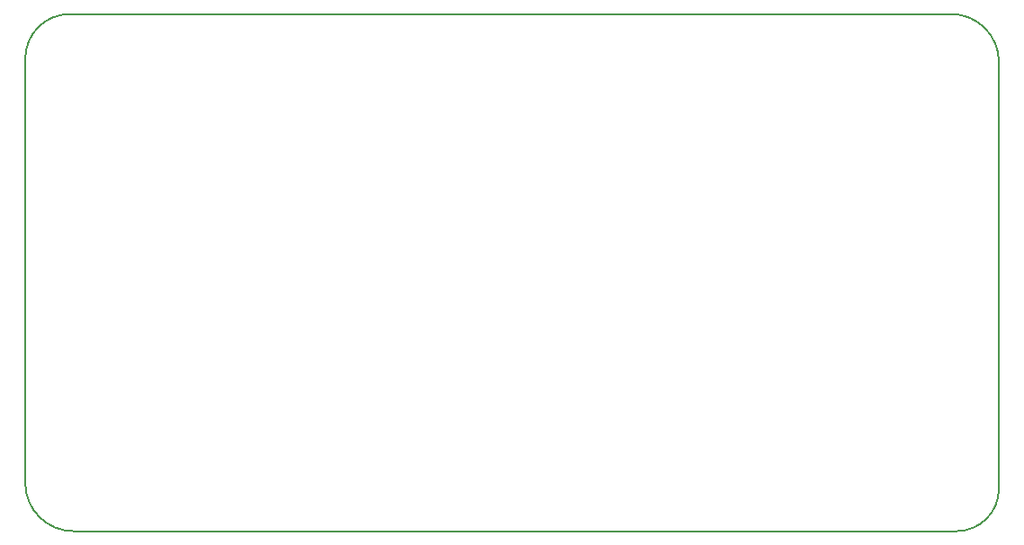
<source format=gbr>
%TF.GenerationSoftware,KiCad,Pcbnew,8.0.0*%
%TF.CreationDate,2024-03-10T20:00:21-04:00*%
%TF.ProjectId,if-and-log-amp,69662d61-6e64-42d6-9c6f-672d616d702e,1*%
%TF.SameCoordinates,Original*%
%TF.FileFunction,Profile,NP*%
%FSLAX46Y46*%
G04 Gerber Fmt 4.6, Leading zero omitted, Abs format (unit mm)*
G04 Created by KiCad (PCBNEW 8.0.0) date 2024-03-10 20:00:21*
%MOMM*%
%LPD*%
G01*
G04 APERTURE LIST*
%TA.AperFunction,Profile*%
%ADD10C,0.160000*%
%TD*%
G04 APERTURE END LIST*
D10*
X95351600Y-84622991D02*
G75*
G02*
X99558191Y-80416400I4206600J-9D01*
G01*
X187045600Y-125195725D02*
G75*
G02*
X183056925Y-129184400I-3988700J25D01*
G01*
X99903961Y-129184400D02*
G75*
G02*
X95351600Y-124632039I39J4552400D01*
G01*
X187045600Y-125195725D02*
X187045600Y-84926181D01*
X99903961Y-129184400D02*
X183056925Y-129184400D01*
X95351600Y-84622991D02*
X95351600Y-124632039D01*
X182535819Y-80416400D02*
G75*
G02*
X187045600Y-84926181I-19J-4509800D01*
G01*
X182535819Y-80416400D02*
X99558191Y-80416400D01*
M02*

</source>
